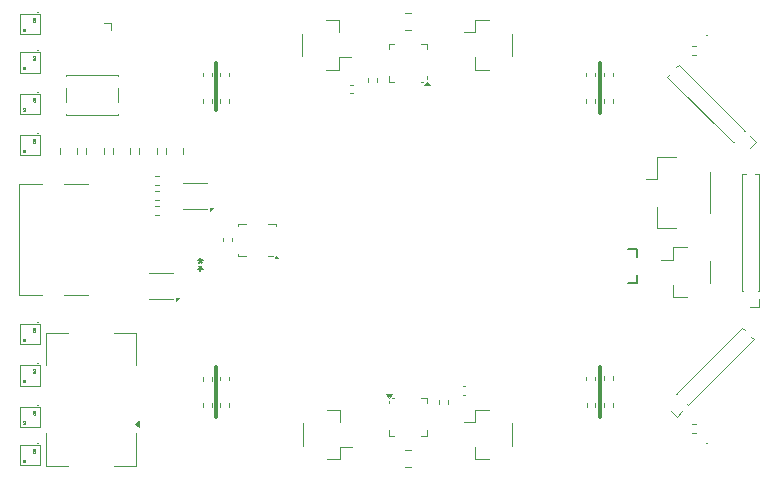
<source format=gbr>
%TF.GenerationSoftware,KiCad,Pcbnew,9.0.3*%
%TF.CreationDate,2025-07-23T20:32:43-05:00*%
%TF.ProjectId,MouseWB5,4d6f7573-6557-4423-952e-6b696361645f,rev?*%
%TF.SameCoordinates,Original*%
%TF.FileFunction,Legend,Top*%
%TF.FilePolarity,Positive*%
%FSLAX46Y46*%
G04 Gerber Fmt 4.6, Leading zero omitted, Abs format (unit mm)*
G04 Created by KiCad (PCBNEW 9.0.3) date 2025-07-23 20:32:43*
%MOMM*%
%LPD*%
G01*
G04 APERTURE LIST*
%ADD10C,0.300000*%
%ADD11C,0.050000*%
%ADD12C,0.150000*%
%ADD13C,0.120000*%
%ADD14C,0.100000*%
%ADD15C,0.203200*%
G04 APERTURE END LIST*
D10*
X149750000Y-135000000D02*
X149750000Y-130750000D01*
X149750000Y-109250000D02*
X149750000Y-105000000D01*
X117250000Y-105000000D02*
X117250000Y-109000000D01*
X117250000Y-135000000D02*
X117250000Y-130750000D01*
D11*
X101776576Y-127477213D02*
X101976576Y-127477213D01*
X101976576Y-127477213D02*
X101976576Y-127524832D01*
X101976576Y-127524832D02*
X101967052Y-127553403D01*
X101967052Y-127553403D02*
X101948004Y-127572451D01*
X101948004Y-127572451D02*
X101928957Y-127581974D01*
X101928957Y-127581974D02*
X101890861Y-127591498D01*
X101890861Y-127591498D02*
X101862290Y-127591498D01*
X101862290Y-127591498D02*
X101824195Y-127581974D01*
X101824195Y-127581974D02*
X101805147Y-127572451D01*
X101805147Y-127572451D02*
X101786100Y-127553403D01*
X101786100Y-127553403D02*
X101776576Y-127524832D01*
X101776576Y-127524832D02*
X101776576Y-127477213D01*
X101976576Y-127715308D02*
X101976576Y-127753403D01*
X101976576Y-127753403D02*
X101967052Y-127772451D01*
X101967052Y-127772451D02*
X101948004Y-127791498D01*
X101948004Y-127791498D02*
X101909909Y-127801022D01*
X101909909Y-127801022D02*
X101843242Y-127801022D01*
X101843242Y-127801022D02*
X101805147Y-127791498D01*
X101805147Y-127791498D02*
X101786100Y-127772451D01*
X101786100Y-127772451D02*
X101776576Y-127753403D01*
X101776576Y-127753403D02*
X101776576Y-127715308D01*
X101776576Y-127715308D02*
X101786100Y-127696260D01*
X101786100Y-127696260D02*
X101805147Y-127677213D01*
X101805147Y-127677213D02*
X101843242Y-127667689D01*
X101843242Y-127667689D02*
X101909909Y-127667689D01*
X101909909Y-127667689D02*
X101948004Y-127677213D01*
X101948004Y-127677213D02*
X101967052Y-127696260D01*
X101967052Y-127696260D02*
X101976576Y-127715308D01*
X100926676Y-128377213D02*
X101126676Y-128377213D01*
X101126676Y-128377213D02*
X101126676Y-128424832D01*
X101126676Y-128424832D02*
X101117152Y-128453403D01*
X101117152Y-128453403D02*
X101098104Y-128472451D01*
X101098104Y-128472451D02*
X101079057Y-128481974D01*
X101079057Y-128481974D02*
X101040961Y-128491498D01*
X101040961Y-128491498D02*
X101012390Y-128491498D01*
X101012390Y-128491498D02*
X100974295Y-128481974D01*
X100974295Y-128481974D02*
X100955247Y-128472451D01*
X100955247Y-128472451D02*
X100936200Y-128453403D01*
X100936200Y-128453403D02*
X100926676Y-128424832D01*
X100926676Y-128424832D02*
X100926676Y-128377213D01*
X100926676Y-128577213D02*
X101126676Y-128577213D01*
D12*
X115942199Y-122651179D02*
X115942199Y-122413084D01*
X116180294Y-122508322D02*
X115942199Y-122413084D01*
X115942199Y-122413084D02*
X115704104Y-122508322D01*
X116085056Y-122222608D02*
X115942199Y-122413084D01*
X115942199Y-122413084D02*
X115799342Y-122222608D01*
X115942200Y-121560818D02*
X115942200Y-121798913D01*
X115704105Y-121703675D02*
X115942200Y-121798913D01*
X115942200Y-121798913D02*
X116180295Y-121703675D01*
X115799343Y-121989389D02*
X115942200Y-121798913D01*
X115942200Y-121798913D02*
X116085057Y-121989389D01*
D11*
X100926676Y-105377213D02*
X101126676Y-105377213D01*
X101126676Y-105377213D02*
X101126676Y-105424832D01*
X101126676Y-105424832D02*
X101117152Y-105453403D01*
X101117152Y-105453403D02*
X101098104Y-105472451D01*
X101098104Y-105472451D02*
X101079057Y-105481974D01*
X101079057Y-105481974D02*
X101040961Y-105491498D01*
X101040961Y-105491498D02*
X101012390Y-105491498D01*
X101012390Y-105491498D02*
X100974295Y-105481974D01*
X100974295Y-105481974D02*
X100955247Y-105472451D01*
X100955247Y-105472451D02*
X100936200Y-105453403D01*
X100936200Y-105453403D02*
X100926676Y-105424832D01*
X100926676Y-105424832D02*
X100926676Y-105377213D01*
X100926676Y-105577213D02*
X101126676Y-105577213D01*
X101776576Y-104477213D02*
X101976576Y-104477213D01*
X101976576Y-104477213D02*
X101976576Y-104524832D01*
X101976576Y-104524832D02*
X101967052Y-104553403D01*
X101967052Y-104553403D02*
X101948004Y-104572451D01*
X101948004Y-104572451D02*
X101928957Y-104581974D01*
X101928957Y-104581974D02*
X101890861Y-104591498D01*
X101890861Y-104591498D02*
X101862290Y-104591498D01*
X101862290Y-104591498D02*
X101824195Y-104581974D01*
X101824195Y-104581974D02*
X101805147Y-104572451D01*
X101805147Y-104572451D02*
X101786100Y-104553403D01*
X101786100Y-104553403D02*
X101776576Y-104524832D01*
X101776576Y-104524832D02*
X101776576Y-104477213D01*
X101976576Y-104715308D02*
X101976576Y-104753403D01*
X101976576Y-104753403D02*
X101967052Y-104772451D01*
X101967052Y-104772451D02*
X101948004Y-104791498D01*
X101948004Y-104791498D02*
X101909909Y-104801022D01*
X101909909Y-104801022D02*
X101843242Y-104801022D01*
X101843242Y-104801022D02*
X101805147Y-104791498D01*
X101805147Y-104791498D02*
X101786100Y-104772451D01*
X101786100Y-104772451D02*
X101776576Y-104753403D01*
X101776576Y-104753403D02*
X101776576Y-104715308D01*
X101776576Y-104715308D02*
X101786100Y-104696260D01*
X101786100Y-104696260D02*
X101805147Y-104677213D01*
X101805147Y-104677213D02*
X101843242Y-104667689D01*
X101843242Y-104667689D02*
X101909909Y-104667689D01*
X101909909Y-104667689D02*
X101948004Y-104677213D01*
X101948004Y-104677213D02*
X101967052Y-104696260D01*
X101967052Y-104696260D02*
X101976576Y-104715308D01*
X100926676Y-138627213D02*
X101126676Y-138627213D01*
X101126676Y-138627213D02*
X101126676Y-138674832D01*
X101126676Y-138674832D02*
X101117152Y-138703403D01*
X101117152Y-138703403D02*
X101098104Y-138722451D01*
X101098104Y-138722451D02*
X101079057Y-138731974D01*
X101079057Y-138731974D02*
X101040961Y-138741498D01*
X101040961Y-138741498D02*
X101012390Y-138741498D01*
X101012390Y-138741498D02*
X100974295Y-138731974D01*
X100974295Y-138731974D02*
X100955247Y-138722451D01*
X100955247Y-138722451D02*
X100936200Y-138703403D01*
X100936200Y-138703403D02*
X100926676Y-138674832D01*
X100926676Y-138674832D02*
X100926676Y-138627213D01*
X100926676Y-138827213D02*
X101126676Y-138827213D01*
X101776576Y-137727213D02*
X101976576Y-137727213D01*
X101976576Y-137727213D02*
X101976576Y-137774832D01*
X101976576Y-137774832D02*
X101967052Y-137803403D01*
X101967052Y-137803403D02*
X101948004Y-137822451D01*
X101948004Y-137822451D02*
X101928957Y-137831974D01*
X101928957Y-137831974D02*
X101890861Y-137841498D01*
X101890861Y-137841498D02*
X101862290Y-137841498D01*
X101862290Y-137841498D02*
X101824195Y-137831974D01*
X101824195Y-137831974D02*
X101805147Y-137822451D01*
X101805147Y-137822451D02*
X101786100Y-137803403D01*
X101786100Y-137803403D02*
X101776576Y-137774832D01*
X101776576Y-137774832D02*
X101776576Y-137727213D01*
X101976576Y-137965308D02*
X101976576Y-138003403D01*
X101976576Y-138003403D02*
X101967052Y-138022451D01*
X101967052Y-138022451D02*
X101948004Y-138041498D01*
X101948004Y-138041498D02*
X101909909Y-138051022D01*
X101909909Y-138051022D02*
X101843242Y-138051022D01*
X101843242Y-138051022D02*
X101805147Y-138041498D01*
X101805147Y-138041498D02*
X101786100Y-138022451D01*
X101786100Y-138022451D02*
X101776576Y-138003403D01*
X101776576Y-138003403D02*
X101776576Y-137965308D01*
X101776576Y-137965308D02*
X101786100Y-137946260D01*
X101786100Y-137946260D02*
X101805147Y-137927213D01*
X101805147Y-137927213D02*
X101843242Y-137917689D01*
X101843242Y-137917689D02*
X101909909Y-137917689D01*
X101909909Y-137917689D02*
X101948004Y-137927213D01*
X101948004Y-137927213D02*
X101967052Y-137946260D01*
X101967052Y-137946260D02*
X101976576Y-137965308D01*
X101776576Y-107977213D02*
X101976576Y-107977213D01*
X101976576Y-107977213D02*
X101976576Y-108024832D01*
X101976576Y-108024832D02*
X101967052Y-108053403D01*
X101967052Y-108053403D02*
X101948004Y-108072451D01*
X101948004Y-108072451D02*
X101928957Y-108081974D01*
X101928957Y-108081974D02*
X101890861Y-108091498D01*
X101890861Y-108091498D02*
X101862290Y-108091498D01*
X101862290Y-108091498D02*
X101824195Y-108081974D01*
X101824195Y-108081974D02*
X101805147Y-108072451D01*
X101805147Y-108072451D02*
X101786100Y-108053403D01*
X101786100Y-108053403D02*
X101776576Y-108024832D01*
X101776576Y-108024832D02*
X101776576Y-107977213D01*
X101976576Y-108215308D02*
X101976576Y-108253403D01*
X101976576Y-108253403D02*
X101967052Y-108272451D01*
X101967052Y-108272451D02*
X101948004Y-108291498D01*
X101948004Y-108291498D02*
X101909909Y-108301022D01*
X101909909Y-108301022D02*
X101843242Y-108301022D01*
X101843242Y-108301022D02*
X101805147Y-108291498D01*
X101805147Y-108291498D02*
X101786100Y-108272451D01*
X101786100Y-108272451D02*
X101776576Y-108253403D01*
X101776576Y-108253403D02*
X101776576Y-108215308D01*
X101776576Y-108215308D02*
X101786100Y-108196260D01*
X101786100Y-108196260D02*
X101805147Y-108177213D01*
X101805147Y-108177213D02*
X101843242Y-108167689D01*
X101843242Y-108167689D02*
X101909909Y-108167689D01*
X101909909Y-108167689D02*
X101948004Y-108177213D01*
X101948004Y-108177213D02*
X101967052Y-108196260D01*
X101967052Y-108196260D02*
X101976576Y-108215308D01*
X100926676Y-108877213D02*
X101126676Y-108877213D01*
X101126676Y-108877213D02*
X101126676Y-108924832D01*
X101126676Y-108924832D02*
X101117152Y-108953403D01*
X101117152Y-108953403D02*
X101098104Y-108972451D01*
X101098104Y-108972451D02*
X101079057Y-108981974D01*
X101079057Y-108981974D02*
X101040961Y-108991498D01*
X101040961Y-108991498D02*
X101012390Y-108991498D01*
X101012390Y-108991498D02*
X100974295Y-108981974D01*
X100974295Y-108981974D02*
X100955247Y-108972451D01*
X100955247Y-108972451D02*
X100936200Y-108953403D01*
X100936200Y-108953403D02*
X100926676Y-108924832D01*
X100926676Y-108924832D02*
X100926676Y-108877213D01*
X100926676Y-109077213D02*
X101126676Y-109077213D01*
X100926676Y-112377213D02*
X101126676Y-112377213D01*
X101126676Y-112377213D02*
X101126676Y-112424832D01*
X101126676Y-112424832D02*
X101117152Y-112453403D01*
X101117152Y-112453403D02*
X101098104Y-112472451D01*
X101098104Y-112472451D02*
X101079057Y-112481974D01*
X101079057Y-112481974D02*
X101040961Y-112491498D01*
X101040961Y-112491498D02*
X101012390Y-112491498D01*
X101012390Y-112491498D02*
X100974295Y-112481974D01*
X100974295Y-112481974D02*
X100955247Y-112472451D01*
X100955247Y-112472451D02*
X100936200Y-112453403D01*
X100936200Y-112453403D02*
X100926676Y-112424832D01*
X100926676Y-112424832D02*
X100926676Y-112377213D01*
X100926676Y-112577213D02*
X101126676Y-112577213D01*
X101776576Y-111477213D02*
X101976576Y-111477213D01*
X101976576Y-111477213D02*
X101976576Y-111524832D01*
X101976576Y-111524832D02*
X101967052Y-111553403D01*
X101967052Y-111553403D02*
X101948004Y-111572451D01*
X101948004Y-111572451D02*
X101928957Y-111581974D01*
X101928957Y-111581974D02*
X101890861Y-111591498D01*
X101890861Y-111591498D02*
X101862290Y-111591498D01*
X101862290Y-111591498D02*
X101824195Y-111581974D01*
X101824195Y-111581974D02*
X101805147Y-111572451D01*
X101805147Y-111572451D02*
X101786100Y-111553403D01*
X101786100Y-111553403D02*
X101776576Y-111524832D01*
X101776576Y-111524832D02*
X101776576Y-111477213D01*
X101976576Y-111715308D02*
X101976576Y-111753403D01*
X101976576Y-111753403D02*
X101967052Y-111772451D01*
X101967052Y-111772451D02*
X101948004Y-111791498D01*
X101948004Y-111791498D02*
X101909909Y-111801022D01*
X101909909Y-111801022D02*
X101843242Y-111801022D01*
X101843242Y-111801022D02*
X101805147Y-111791498D01*
X101805147Y-111791498D02*
X101786100Y-111772451D01*
X101786100Y-111772451D02*
X101776576Y-111753403D01*
X101776576Y-111753403D02*
X101776576Y-111715308D01*
X101776576Y-111715308D02*
X101786100Y-111696260D01*
X101786100Y-111696260D02*
X101805147Y-111677213D01*
X101805147Y-111677213D02*
X101843242Y-111667689D01*
X101843242Y-111667689D02*
X101909909Y-111667689D01*
X101909909Y-111667689D02*
X101948004Y-111677213D01*
X101948004Y-111677213D02*
X101967052Y-111696260D01*
X101967052Y-111696260D02*
X101976576Y-111715308D01*
X100926676Y-131877213D02*
X101126676Y-131877213D01*
X101126676Y-131877213D02*
X101126676Y-131924832D01*
X101126676Y-131924832D02*
X101117152Y-131953403D01*
X101117152Y-131953403D02*
X101098104Y-131972451D01*
X101098104Y-131972451D02*
X101079057Y-131981974D01*
X101079057Y-131981974D02*
X101040961Y-131991498D01*
X101040961Y-131991498D02*
X101012390Y-131991498D01*
X101012390Y-131991498D02*
X100974295Y-131981974D01*
X100974295Y-131981974D02*
X100955247Y-131972451D01*
X100955247Y-131972451D02*
X100936200Y-131953403D01*
X100936200Y-131953403D02*
X100926676Y-131924832D01*
X100926676Y-131924832D02*
X100926676Y-131877213D01*
X100926676Y-132077213D02*
X101126676Y-132077213D01*
X101776576Y-130977213D02*
X101976576Y-130977213D01*
X101976576Y-130977213D02*
X101976576Y-131024832D01*
X101976576Y-131024832D02*
X101967052Y-131053403D01*
X101967052Y-131053403D02*
X101948004Y-131072451D01*
X101948004Y-131072451D02*
X101928957Y-131081974D01*
X101928957Y-131081974D02*
X101890861Y-131091498D01*
X101890861Y-131091498D02*
X101862290Y-131091498D01*
X101862290Y-131091498D02*
X101824195Y-131081974D01*
X101824195Y-131081974D02*
X101805147Y-131072451D01*
X101805147Y-131072451D02*
X101786100Y-131053403D01*
X101786100Y-131053403D02*
X101776576Y-131024832D01*
X101776576Y-131024832D02*
X101776576Y-130977213D01*
X101976576Y-131215308D02*
X101976576Y-131253403D01*
X101976576Y-131253403D02*
X101967052Y-131272451D01*
X101967052Y-131272451D02*
X101948004Y-131291498D01*
X101948004Y-131291498D02*
X101909909Y-131301022D01*
X101909909Y-131301022D02*
X101843242Y-131301022D01*
X101843242Y-131301022D02*
X101805147Y-131291498D01*
X101805147Y-131291498D02*
X101786100Y-131272451D01*
X101786100Y-131272451D02*
X101776576Y-131253403D01*
X101776576Y-131253403D02*
X101776576Y-131215308D01*
X101776576Y-131215308D02*
X101786100Y-131196260D01*
X101786100Y-131196260D02*
X101805147Y-131177213D01*
X101805147Y-131177213D02*
X101843242Y-131167689D01*
X101843242Y-131167689D02*
X101909909Y-131167689D01*
X101909909Y-131167689D02*
X101948004Y-131177213D01*
X101948004Y-131177213D02*
X101967052Y-131196260D01*
X101967052Y-131196260D02*
X101976576Y-131215308D01*
X100926676Y-135377213D02*
X101126676Y-135377213D01*
X101126676Y-135377213D02*
X101126676Y-135424832D01*
X101126676Y-135424832D02*
X101117152Y-135453403D01*
X101117152Y-135453403D02*
X101098104Y-135472451D01*
X101098104Y-135472451D02*
X101079057Y-135481974D01*
X101079057Y-135481974D02*
X101040961Y-135491498D01*
X101040961Y-135491498D02*
X101012390Y-135491498D01*
X101012390Y-135491498D02*
X100974295Y-135481974D01*
X100974295Y-135481974D02*
X100955247Y-135472451D01*
X100955247Y-135472451D02*
X100936200Y-135453403D01*
X100936200Y-135453403D02*
X100926676Y-135424832D01*
X100926676Y-135424832D02*
X100926676Y-135377213D01*
X100926676Y-135577213D02*
X101126676Y-135577213D01*
X101776576Y-134477213D02*
X101976576Y-134477213D01*
X101976576Y-134477213D02*
X101976576Y-134524832D01*
X101976576Y-134524832D02*
X101967052Y-134553403D01*
X101967052Y-134553403D02*
X101948004Y-134572451D01*
X101948004Y-134572451D02*
X101928957Y-134581974D01*
X101928957Y-134581974D02*
X101890861Y-134591498D01*
X101890861Y-134591498D02*
X101862290Y-134591498D01*
X101862290Y-134591498D02*
X101824195Y-134581974D01*
X101824195Y-134581974D02*
X101805147Y-134572451D01*
X101805147Y-134572451D02*
X101786100Y-134553403D01*
X101786100Y-134553403D02*
X101776576Y-134524832D01*
X101776576Y-134524832D02*
X101776576Y-134477213D01*
X101976576Y-134715308D02*
X101976576Y-134753403D01*
X101976576Y-134753403D02*
X101967052Y-134772451D01*
X101967052Y-134772451D02*
X101948004Y-134791498D01*
X101948004Y-134791498D02*
X101909909Y-134801022D01*
X101909909Y-134801022D02*
X101843242Y-134801022D01*
X101843242Y-134801022D02*
X101805147Y-134791498D01*
X101805147Y-134791498D02*
X101786100Y-134772451D01*
X101786100Y-134772451D02*
X101776576Y-134753403D01*
X101776576Y-134753403D02*
X101776576Y-134715308D01*
X101776576Y-134715308D02*
X101786100Y-134696260D01*
X101786100Y-134696260D02*
X101805147Y-134677213D01*
X101805147Y-134677213D02*
X101843242Y-134667689D01*
X101843242Y-134667689D02*
X101909909Y-134667689D01*
X101909909Y-134667689D02*
X101948004Y-134677213D01*
X101948004Y-134677213D02*
X101967052Y-134696260D01*
X101967052Y-134696260D02*
X101976576Y-134715308D01*
X100926676Y-102127213D02*
X101126676Y-102127213D01*
X101126676Y-102127213D02*
X101126676Y-102174832D01*
X101126676Y-102174832D02*
X101117152Y-102203403D01*
X101117152Y-102203403D02*
X101098104Y-102222451D01*
X101098104Y-102222451D02*
X101079057Y-102231974D01*
X101079057Y-102231974D02*
X101040961Y-102241498D01*
X101040961Y-102241498D02*
X101012390Y-102241498D01*
X101012390Y-102241498D02*
X100974295Y-102231974D01*
X100974295Y-102231974D02*
X100955247Y-102222451D01*
X100955247Y-102222451D02*
X100936200Y-102203403D01*
X100936200Y-102203403D02*
X100926676Y-102174832D01*
X100926676Y-102174832D02*
X100926676Y-102127213D01*
X100926676Y-102327213D02*
X101126676Y-102327213D01*
X101776576Y-101227213D02*
X101976576Y-101227213D01*
X101976576Y-101227213D02*
X101976576Y-101274832D01*
X101976576Y-101274832D02*
X101967052Y-101303403D01*
X101967052Y-101303403D02*
X101948004Y-101322451D01*
X101948004Y-101322451D02*
X101928957Y-101331974D01*
X101928957Y-101331974D02*
X101890861Y-101341498D01*
X101890861Y-101341498D02*
X101862290Y-101341498D01*
X101862290Y-101341498D02*
X101824195Y-101331974D01*
X101824195Y-101331974D02*
X101805147Y-101322451D01*
X101805147Y-101322451D02*
X101786100Y-101303403D01*
X101786100Y-101303403D02*
X101776576Y-101274832D01*
X101776576Y-101274832D02*
X101776576Y-101227213D01*
X101976576Y-101465308D02*
X101976576Y-101503403D01*
X101976576Y-101503403D02*
X101967052Y-101522451D01*
X101967052Y-101522451D02*
X101948004Y-101541498D01*
X101948004Y-101541498D02*
X101909909Y-101551022D01*
X101909909Y-101551022D02*
X101843242Y-101551022D01*
X101843242Y-101551022D02*
X101805147Y-101541498D01*
X101805147Y-101541498D02*
X101786100Y-101522451D01*
X101786100Y-101522451D02*
X101776576Y-101503403D01*
X101776576Y-101503403D02*
X101776576Y-101465308D01*
X101776576Y-101465308D02*
X101786100Y-101446260D01*
X101786100Y-101446260D02*
X101805147Y-101427213D01*
X101805147Y-101427213D02*
X101843242Y-101417689D01*
X101843242Y-101417689D02*
X101909909Y-101417689D01*
X101909909Y-101417689D02*
X101948004Y-101427213D01*
X101948004Y-101427213D02*
X101967052Y-101446260D01*
X101967052Y-101446260D02*
X101976576Y-101465308D01*
D13*
%TO.C,C3*%
X133761252Y-100765000D02*
X133238748Y-100765000D01*
X133761252Y-102235000D02*
X133238748Y-102235000D01*
%TO.C,SW1*%
X104550000Y-106050000D02*
X104550000Y-106170000D01*
X104550000Y-107180000D02*
X104550000Y-108320000D01*
X104550000Y-109330000D02*
X104550000Y-109450000D01*
X104550000Y-109450000D02*
X108950000Y-109450000D01*
X108950000Y-106050000D02*
X104550000Y-106050000D01*
X108950000Y-106170000D02*
X108950000Y-106050000D01*
X108950000Y-108320000D02*
X108950000Y-107180000D01*
X108950000Y-109450000D02*
X108950000Y-109330000D01*
%TO.C,J2*%
X161805000Y-124315000D02*
X161805000Y-114440000D01*
X161891724Y-124315000D02*
X161805000Y-124315000D01*
X162105507Y-114440000D02*
X161805000Y-114440000D01*
X163195000Y-114440000D02*
X162894493Y-114440000D01*
X163195000Y-124315000D02*
X163108276Y-124315000D01*
X163195000Y-124315000D02*
X163195000Y-114440000D01*
X163195000Y-125000000D02*
X163195000Y-125685000D01*
X163195000Y-125685000D02*
X162500000Y-125685000D01*
%TO.C,R3*%
X157903641Y-103620000D02*
X157596359Y-103620000D01*
X157903641Y-104380000D02*
X157596359Y-104380000D01*
%TO.C,MR9*%
X116120000Y-131923641D02*
X116120000Y-131616359D01*
X116880000Y-131923641D02*
X116880000Y-131616359D01*
%TO.C,MR3*%
X116120000Y-108403641D02*
X116120000Y-108096359D01*
X116880000Y-108403641D02*
X116880000Y-108096359D01*
%TO.C,R1*%
X112403641Y-114620000D02*
X112096359Y-114620000D01*
X112403641Y-115380000D02*
X112096359Y-115380000D01*
%TO.C,MR14*%
X150130000Y-131883641D02*
X150130000Y-131576359D01*
X150890000Y-131883641D02*
X150890000Y-131576359D01*
D14*
%TO.C,LED4*%
X100650000Y-127150000D02*
X100650000Y-128850000D01*
X100650000Y-128850000D02*
X102350000Y-128850000D01*
X102350000Y-127150000D02*
X100650000Y-127150000D01*
X102350000Y-128850000D02*
X102350000Y-127150000D01*
X102250000Y-127000000D02*
G75*
G02*
X102150000Y-127000000I-50000J0D01*
G01*
X102150000Y-127000000D02*
G75*
G02*
X102250000Y-127000000I50000J0D01*
G01*
D13*
%TO.C,M2*%
X124665000Y-137440000D02*
X124665000Y-135560000D01*
X126635000Y-134390000D02*
X127785000Y-134390000D01*
X126635000Y-138610000D02*
X127785000Y-138610000D01*
X127785000Y-134390000D02*
X127785000Y-135440000D01*
X127785000Y-137560000D02*
X128775000Y-137560000D01*
X127785000Y-138610000D02*
X127785000Y-137560000D01*
%TO.C,C5*%
X108515000Y-112238748D02*
X108515000Y-112761252D01*
X109985000Y-112238748D02*
X109985000Y-112761252D01*
%TO.C,U2*%
X131890000Y-103390000D02*
X131890000Y-103865000D01*
X131890000Y-106610000D02*
X131890000Y-106135000D01*
X132365000Y-103390000D02*
X131890000Y-103390000D01*
X132365000Y-106610000D02*
X131890000Y-106610000D01*
X134635000Y-103390000D02*
X135110000Y-103390000D01*
X134635000Y-106610000D02*
X134810000Y-106610000D01*
X135110000Y-103390000D02*
X135110000Y-103865000D01*
X135110000Y-106135000D02*
X135110000Y-106370000D01*
X135350000Y-106940000D02*
X134870000Y-106940000D01*
X135110000Y-106610000D01*
X135350000Y-106940000D01*
G36*
X135350000Y-106940000D02*
G01*
X134870000Y-106940000D01*
X135110000Y-106610000D01*
X135350000Y-106940000D01*
G37*
%TO.C,C4*%
X106265000Y-112238748D02*
X106265000Y-112761252D01*
X107735000Y-112238748D02*
X107735000Y-112761252D01*
%TO.C,C10*%
X113015000Y-112238748D02*
X113015000Y-112761252D01*
X114485000Y-112238748D02*
X114485000Y-112761252D01*
%TO.C,M3*%
X139215000Y-101390000D02*
X139215000Y-102440000D01*
X139215000Y-102440000D02*
X138225000Y-102440000D01*
X139215000Y-105610000D02*
X139215000Y-104560000D01*
X140365000Y-101390000D02*
X139215000Y-101390000D01*
X140365000Y-105610000D02*
X139215000Y-105610000D01*
X142335000Y-102560000D02*
X142335000Y-104440000D01*
%TO.C,R7*%
X130120000Y-106346359D02*
X130120000Y-106653641D01*
X130880000Y-106346359D02*
X130880000Y-106653641D01*
%TO.C,U7*%
X116500000Y-115165000D02*
X114500000Y-115165000D01*
X116500000Y-117385000D02*
X114500000Y-117385000D01*
X116740000Y-117565000D02*
X116740000Y-117285000D01*
X117020000Y-117285000D01*
X116740000Y-117565000D01*
G36*
X116740000Y-117565000D02*
G01*
X116740000Y-117285000D01*
X117020000Y-117285000D01*
X116740000Y-117565000D01*
G37*
%TO.C,J1*%
X100600000Y-115300000D02*
X100600000Y-124700000D01*
X102500000Y-115300000D02*
X100600000Y-115300000D01*
X102500000Y-124700000D02*
X100600000Y-124700000D01*
X106400000Y-115300000D02*
X104400000Y-115300000D01*
X106400000Y-124700000D02*
X104400000Y-124700000D01*
%TO.C,J11*%
X107770000Y-101615000D02*
X108405000Y-101615000D01*
X108405000Y-101615000D02*
X108405000Y-102250000D01*
%TO.C,MR8*%
X150120000Y-108403641D02*
X150120000Y-108096359D01*
X150880000Y-108403641D02*
X150880000Y-108096359D01*
%TO.C,MR11*%
X116130000Y-134153641D02*
X116130000Y-133846359D01*
X116890000Y-134153641D02*
X116890000Y-133846359D01*
%TO.C,MR16*%
X150130000Y-134143641D02*
X150130000Y-133836359D01*
X150890000Y-134143641D02*
X150890000Y-133836359D01*
%TO.C,C9*%
X138142164Y-132390000D02*
X138357836Y-132390000D01*
X138142164Y-133110000D02*
X138357836Y-133110000D01*
%TO.C,MR10*%
X117630000Y-131903641D02*
X117630000Y-131596359D01*
X118390000Y-131903641D02*
X118390000Y-131596359D01*
%TO.C,U4*%
X113612500Y-122790000D02*
X111612500Y-122790000D01*
X113612500Y-125010000D02*
X111612500Y-125010000D01*
X113852500Y-125190000D02*
X113852500Y-124910000D01*
X114132500Y-124910000D01*
X113852500Y-125190000D01*
G36*
X113852500Y-125190000D02*
G01*
X113852500Y-124910000D01*
X114132500Y-124910000D01*
X113852500Y-125190000D01*
G37*
D14*
%TO.C,LED7*%
X100650000Y-104150000D02*
X100650000Y-105850000D01*
X100650000Y-105850000D02*
X102350000Y-105850000D01*
X102350000Y-104150000D02*
X100650000Y-104150000D01*
X102350000Y-105850000D02*
X102350000Y-104150000D01*
X102250000Y-104000000D02*
G75*
G02*
X102150000Y-104000000I-50000J0D01*
G01*
X102150000Y-104000000D02*
G75*
G02*
X102250000Y-104000000I50000J0D01*
G01*
D13*
%TO.C,MR12*%
X117630000Y-134153641D02*
X117630000Y-133846359D01*
X118390000Y-134153641D02*
X118390000Y-133846359D01*
%TO.C,MR7*%
X148620000Y-108418641D02*
X148620000Y-108111359D01*
X149380000Y-108418641D02*
X149380000Y-108111359D01*
%TO.C,U3*%
X131890000Y-133865000D02*
X131890000Y-133630000D01*
X131890000Y-136610000D02*
X131890000Y-136135000D01*
X132365000Y-133390000D02*
X132190000Y-133390000D01*
X132365000Y-136610000D02*
X131890000Y-136610000D01*
X134635000Y-133390000D02*
X135110000Y-133390000D01*
X134635000Y-136610000D02*
X135110000Y-136610000D01*
X135110000Y-133390000D02*
X135110000Y-133865000D01*
X135110000Y-136610000D02*
X135110000Y-136135000D01*
X131890000Y-133390000D02*
X131650000Y-133060000D01*
X132130000Y-133060000D01*
X131890000Y-133390000D01*
G36*
X131890000Y-133390000D02*
G01*
X131650000Y-133060000D01*
X132130000Y-133060000D01*
X131890000Y-133390000D01*
G37*
D14*
%TO.C,D1*%
X158905000Y-137250000D02*
G75*
G02*
X158805000Y-137250000I-50000J0D01*
G01*
X158805000Y-137250000D02*
G75*
G02*
X158905000Y-137250000I50000J0D01*
G01*
D13*
%TO.C,J10*%
X156242929Y-133024193D02*
X161811395Y-127455727D01*
X156257071Y-134975807D02*
X155765632Y-134484368D01*
X156304252Y-133085516D02*
X156242929Y-133024193D01*
X156741439Y-134491439D02*
X156257071Y-134975807D01*
X157225807Y-134007071D02*
X157164484Y-133945748D01*
X157225807Y-134007071D02*
X162794273Y-128438605D01*
X162023885Y-127668217D02*
X161811395Y-127455727D01*
X162794273Y-128438605D02*
X162581783Y-128226115D01*
%TO.C,MR13*%
X148620000Y-131913641D02*
X148620000Y-131606359D01*
X149380000Y-131913641D02*
X149380000Y-131606359D01*
%TO.C,J9*%
X154590000Y-113040000D02*
X154590000Y-114840000D01*
X154590000Y-114840000D02*
X153650000Y-114840000D01*
X154590000Y-119010000D02*
X154590000Y-117210000D01*
X156190000Y-113040000D02*
X154590000Y-113040000D01*
X156190000Y-119010000D02*
X154590000Y-119010000D01*
X159060000Y-114310000D02*
X159060000Y-117740000D01*
%TO.C,M5*%
X155965000Y-120640000D02*
X155965000Y-121690000D01*
X155965000Y-121690000D02*
X154975000Y-121690000D01*
X155965000Y-124860000D02*
X155965000Y-123810000D01*
X157115000Y-120640000D02*
X155965000Y-120640000D01*
X157115000Y-124860000D02*
X155965000Y-124860000D01*
X159085000Y-121810000D02*
X159085000Y-123690000D01*
%TO.C,MR2*%
X117620000Y-106153641D02*
X117620000Y-105846359D01*
X118380000Y-106153641D02*
X118380000Y-105846359D01*
%TO.C,J3*%
X155668217Y-105976115D02*
X155455727Y-106188605D01*
X156438605Y-105205727D02*
X156226115Y-105418217D01*
X161024193Y-111757071D02*
X155455727Y-106188605D01*
X161085516Y-111695748D02*
X161024193Y-111757071D01*
X162007071Y-110774193D02*
X156438605Y-105205727D01*
X162007071Y-110774193D02*
X161945748Y-110835516D01*
X162491439Y-111258561D02*
X162975807Y-111742929D01*
X162975807Y-111742929D02*
X162484368Y-112234368D01*
%TO.C,R8*%
X136120000Y-133903641D02*
X136120000Y-133596359D01*
X136880000Y-133903641D02*
X136880000Y-133596359D01*
%TO.C,C7*%
X110765000Y-112238748D02*
X110765000Y-112761252D01*
X112235000Y-112238748D02*
X112235000Y-112761252D01*
D14*
%TO.C,LED1*%
X100650000Y-137400000D02*
X100650000Y-139100000D01*
X100650000Y-139100000D02*
X102350000Y-139100000D01*
X102350000Y-137400000D02*
X100650000Y-137400000D01*
X102350000Y-139100000D02*
X102350000Y-137400000D01*
X102250000Y-137250000D02*
G75*
G02*
X102150000Y-137250000I-50000J0D01*
G01*
X102150000Y-137250000D02*
G75*
G02*
X102250000Y-137250000I50000J0D01*
G01*
D13*
%TO.C,MR4*%
X117620000Y-108413641D02*
X117620000Y-108106359D01*
X118380000Y-108413641D02*
X118380000Y-108106359D01*
%TO.C,MR1*%
X116120000Y-106153641D02*
X116120000Y-105846359D01*
X116880000Y-106153641D02*
X116880000Y-105846359D01*
D14*
%TO.C,LED6*%
X100650000Y-107650000D02*
X100650000Y-109350000D01*
X100650000Y-109350000D02*
X102350000Y-109350000D01*
X102350000Y-107650000D02*
X100650000Y-107650000D01*
X102350000Y-109350000D02*
X102350000Y-107650000D01*
X102250000Y-107500000D02*
G75*
G02*
X102150000Y-107500000I-50000J0D01*
G01*
X102150000Y-107500000D02*
G75*
G02*
X102250000Y-107500000I50000J0D01*
G01*
D13*
%TO.C,MR15*%
X148630000Y-134143641D02*
X148630000Y-133836359D01*
X149390000Y-134143641D02*
X149390000Y-133836359D01*
D15*
%TO.C,Q1*%
X152110300Y-120827600D02*
X152923100Y-120827600D01*
X152923100Y-120827600D02*
X152923100Y-121486400D01*
X152923100Y-123013600D02*
X152923100Y-123672400D01*
X152923100Y-123672400D02*
X152110300Y-123672400D01*
D14*
%TO.C,LED5*%
X100650000Y-111150000D02*
X100650000Y-112850000D01*
X100650000Y-112850000D02*
X102350000Y-112850000D01*
X102350000Y-111150000D02*
X100650000Y-111150000D01*
X102350000Y-112850000D02*
X102350000Y-111150000D01*
X102250000Y-111000000D02*
G75*
G02*
X102150000Y-111000000I-50000J0D01*
G01*
X102150000Y-111000000D02*
G75*
G02*
X102250000Y-111000000I50000J0D01*
G01*
D13*
%TO.C,C2*%
X117890000Y-119892164D02*
X117890000Y-120107836D01*
X118610000Y-119892164D02*
X118610000Y-120107836D01*
%TO.C,R10*%
X112403641Y-117120000D02*
X112096359Y-117120000D01*
X112403641Y-117880000D02*
X112096359Y-117880000D01*
%TO.C,R4*%
X157903641Y-135620000D02*
X157596359Y-135620000D01*
X157903641Y-136380000D02*
X157596359Y-136380000D01*
%TO.C,M4*%
X124565000Y-104440000D02*
X124565000Y-102560000D01*
X126535000Y-101390000D02*
X127685000Y-101390000D01*
X126535000Y-105610000D02*
X127685000Y-105610000D01*
X127685000Y-101390000D02*
X127685000Y-102440000D01*
X127685000Y-104560000D02*
X128675000Y-104560000D01*
X127685000Y-105610000D02*
X127685000Y-104560000D01*
D14*
%TO.C,D2*%
X158890000Y-102750000D02*
G75*
G02*
X158790000Y-102750000I-50000J0D01*
G01*
X158790000Y-102750000D02*
G75*
G02*
X158890000Y-102750000I50000J0D01*
G01*
D13*
%TO.C,M1*%
X139215000Y-134390000D02*
X139215000Y-135440000D01*
X139215000Y-135440000D02*
X138225000Y-135440000D01*
X139215000Y-138610000D02*
X139215000Y-137560000D01*
X140365000Y-134390000D02*
X139215000Y-134390000D01*
X140365000Y-138610000D02*
X139215000Y-138610000D01*
X142335000Y-135560000D02*
X142335000Y-137440000D01*
%TO.C,C6*%
X133238748Y-137765000D02*
X133761252Y-137765000D01*
X133238748Y-139235000D02*
X133761252Y-139235000D01*
D14*
%TO.C,LED3*%
X100650000Y-130650000D02*
X100650000Y-132350000D01*
X100650000Y-132350000D02*
X102350000Y-132350000D01*
X102350000Y-130650000D02*
X100650000Y-130650000D01*
X102350000Y-132350000D02*
X102350000Y-130650000D01*
X102250000Y-130500000D02*
G75*
G02*
X102150000Y-130500000I-50000J0D01*
G01*
X102150000Y-130500000D02*
G75*
G02*
X102250000Y-130500000I50000J0D01*
G01*
D13*
%TO.C,C1*%
X104015000Y-112761252D02*
X104015000Y-112238748D01*
X105485000Y-112761252D02*
X105485000Y-112238748D01*
%TO.C,MR6*%
X150120000Y-106153641D02*
X150120000Y-105846359D01*
X150880000Y-106153641D02*
X150880000Y-105846359D01*
D14*
%TO.C,LED2*%
X100650000Y-134150000D02*
X100650000Y-135850000D01*
X100650000Y-135850000D02*
X102350000Y-135850000D01*
X102350000Y-134150000D02*
X100650000Y-134150000D01*
X102350000Y-135850000D02*
X102350000Y-134150000D01*
X102250000Y-134000000D02*
G75*
G02*
X102150000Y-134000000I-50000J0D01*
G01*
X102150000Y-134000000D02*
G75*
G02*
X102250000Y-134000000I50000J0D01*
G01*
D13*
%TO.C,C8*%
X128857836Y-106890000D02*
X128642164Y-106890000D01*
X128857836Y-107610000D02*
X128642164Y-107610000D01*
%TO.C,U5*%
X119140000Y-118640000D02*
X119140000Y-118815000D01*
X119140000Y-121360000D02*
X119140000Y-121185000D01*
X119815000Y-118640000D02*
X119140000Y-118640000D01*
X119815000Y-121360000D02*
X119140000Y-121360000D01*
X121685000Y-118640000D02*
X122360000Y-118640000D01*
X121685000Y-121360000D02*
X122060000Y-121360000D01*
X122360000Y-118640000D02*
X122360000Y-118815000D01*
X122500000Y-121550000D02*
X122220000Y-121550000D01*
X122360000Y-121360000D01*
X122500000Y-121550000D01*
G36*
X122500000Y-121550000D02*
G01*
X122220000Y-121550000D01*
X122360000Y-121360000D01*
X122500000Y-121550000D01*
G37*
%TO.C,U1*%
X102905000Y-127880000D02*
X102905000Y-130630000D01*
X102905000Y-139120000D02*
X102905000Y-136370000D01*
X104730000Y-127880000D02*
X102905000Y-127880000D01*
X104730000Y-139120000D02*
X102905000Y-139120000D01*
X108620000Y-127880000D02*
X110445000Y-127880000D01*
X108645000Y-139125000D02*
X110445000Y-139125000D01*
X110445000Y-127880000D02*
X110445000Y-130630000D01*
X110445000Y-139125000D02*
X110445000Y-136370000D01*
X110765000Y-135840000D02*
X110435000Y-135600000D01*
X110765000Y-135360000D01*
X110765000Y-135840000D01*
G36*
X110765000Y-135840000D02*
G01*
X110435000Y-135600000D01*
X110765000Y-135360000D01*
X110765000Y-135840000D01*
G37*
%TO.C,MR5*%
X148620000Y-106153641D02*
X148620000Y-105846359D01*
X149380000Y-106153641D02*
X149380000Y-105846359D01*
%TO.C,R2*%
X112403641Y-115870000D02*
X112096359Y-115870000D01*
X112403641Y-116630000D02*
X112096359Y-116630000D01*
D14*
%TO.C,LED8*%
X100650000Y-100900000D02*
X100650000Y-102600000D01*
X100650000Y-102600000D02*
X102350000Y-102600000D01*
X102350000Y-100900000D02*
X100650000Y-100900000D01*
X102350000Y-102600000D02*
X102350000Y-100900000D01*
X102250000Y-100750000D02*
G75*
G02*
X102150000Y-100750000I-50000J0D01*
G01*
X102150000Y-100750000D02*
G75*
G02*
X102250000Y-100750000I50000J0D01*
G01*
%TD*%
M02*

</source>
